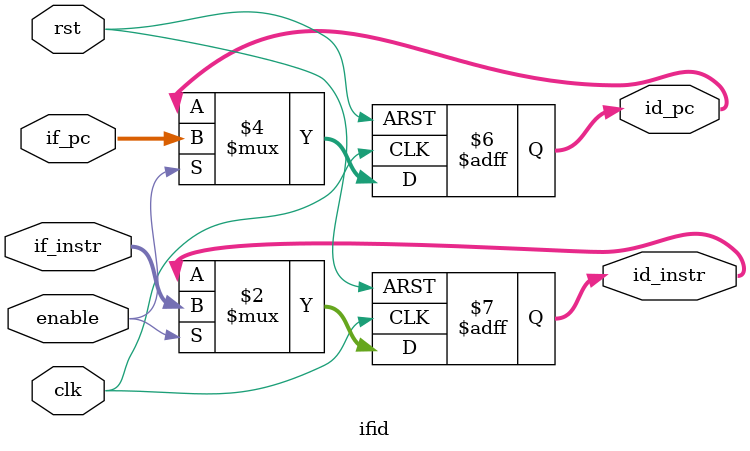
<source format=v>
module ifid(clk, rst, enable, if_pc, if_instr, id_pc, id_instr);
    input wire clk, rst, enable;
    input wire [31:0] if_pc, if_instr;
    output reg [31:0] id_pc, id_instr;

    always @(posedge clk, posedge rst)
    begin
        if(rst)
        begin
            id_pc <= 0;
            id_instr <= 0;
        end
        else if(enable)
        begin
            id_pc <= if_pc;
            id_instr <= if_instr;          
        end
    end
endmodule
</source>
